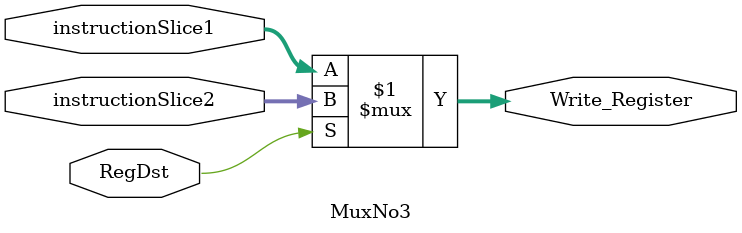
<source format=v>
`timescale 1ns / 1ps

module MuxNo3(
input wire [4:0] instructionSlice1,
input wire [4:0] instructionSlice2,
input wire RegDst,
output wire [4:0] Write_Register
);

assign Write_Register = (RegDst) ? instructionSlice2:instructionSlice1;

endmodule

</source>
